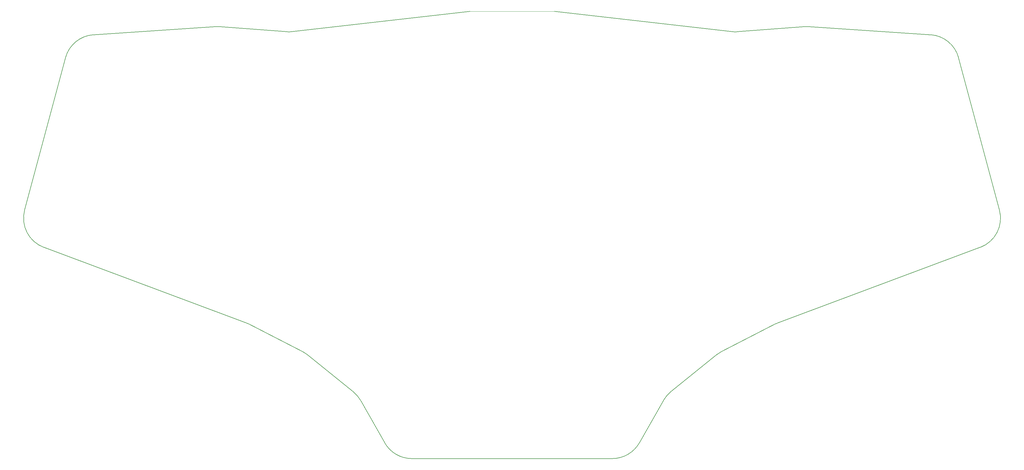
<source format=gbr>
%TF.GenerationSoftware,KiCad,Pcbnew,7.0.10*%
%TF.CreationDate,2024-03-12T01:25:21-07:00*%
%TF.ProjectId,keyboard,6b657962-6f61-4726-942e-6b696361645f,rev?*%
%TF.SameCoordinates,Original*%
%TF.FileFunction,Profile,NP*%
%FSLAX46Y46*%
G04 Gerber Fmt 4.6, Leading zero omitted, Abs format (unit mm)*
G04 Created by KiCad (PCBNEW 7.0.10) date 2024-03-12 01:25:21*
%MOMM*%
%LPD*%
G01*
G04 APERTURE LIST*
%TA.AperFunction,Profile*%
%ADD10C,0.150000*%
%TD*%
%TA.AperFunction,Profile*%
%ADD11C,0.100000*%
%TD*%
G04 APERTURE END LIST*
D10*
X316285839Y-108886717D02*
G75*
G03*
X314864131Y-108893746I-661539J-9978083D01*
G01*
X148999319Y-110531698D02*
G75*
G03*
X149759453Y-110560632I760181J9971598D01*
G01*
X64941626Y-167751696D02*
X78040516Y-118865974D01*
X364337018Y-118865974D02*
X377435908Y-167751696D01*
X253312560Y-247463753D02*
G75*
G03*
X262009263Y-242400105I40J9999953D01*
G01*
X87038200Y-111476074D02*
G75*
G03*
X78040517Y-118865974I661570J-9978086D01*
G01*
X371272322Y-179708999D02*
X306727677Y-203791000D01*
X292618081Y-110560629D02*
G75*
G03*
X293378215Y-110531700I19J10000529D01*
G01*
X127513403Y-108893745D02*
X148999319Y-110531700D01*
X170259376Y-225989798D02*
X155719939Y-214215994D01*
X293378215Y-110531700D02*
X314864131Y-108893745D01*
X127513403Y-108893741D02*
G75*
G03*
X126091695Y-108886721I-760103J-9971059D01*
G01*
X64941652Y-167751703D02*
G75*
G03*
X71105212Y-179708999I9659248J-2588197D01*
G01*
X136704949Y-204255583D02*
G75*
G03*
X135649857Y-203791000I-4550749J-8904617D01*
G01*
X234766164Y-104000000D02*
X292618081Y-110560632D01*
X172662867Y-228824934D02*
G75*
G03*
X170259376Y-225989799I-8696667J-4936266D01*
G01*
X155719942Y-214215990D02*
G75*
G03*
X153977497Y-213082929I-6293142J-7771410D01*
G01*
X316285839Y-108886721D02*
X355339334Y-111476072D01*
X180368302Y-242400088D02*
G75*
G03*
X189064974Y-247463775I8696698J4936288D01*
G01*
D11*
X234766164Y-104000000D02*
X207750000Y-104000000D01*
D10*
X269714658Y-228824929D02*
X262009263Y-242400105D01*
X253312560Y-247463776D02*
X189064974Y-247463776D01*
X305672588Y-204255588D02*
X288400036Y-213082929D01*
X306727677Y-203790999D02*
G75*
G03*
X305672588Y-204255588I3495723J-9369201D01*
G01*
X364337079Y-118865958D02*
G75*
G03*
X355339334Y-111476072I-9659279J-2588242D01*
G01*
X87038200Y-111476072D02*
X126091695Y-108886721D01*
X272118160Y-225989800D02*
G75*
G03*
X269714658Y-228824929I6293240J-7771500D01*
G01*
X371272338Y-179709043D02*
G75*
G03*
X377435907Y-167751696I-3495738J9369143D01*
G01*
X286657595Y-214215994D02*
X272118158Y-225989798D01*
X180368271Y-242400105D02*
X172662876Y-228824929D01*
X135649857Y-203791000D02*
X71105212Y-179708999D01*
X288400033Y-213082924D02*
G75*
G03*
X286657594Y-214215995I4550767J-8904476D01*
G01*
X149759453Y-110560632D02*
X207750000Y-104000000D01*
X153977498Y-213082929D02*
X136704946Y-204255588D01*
M02*

</source>
